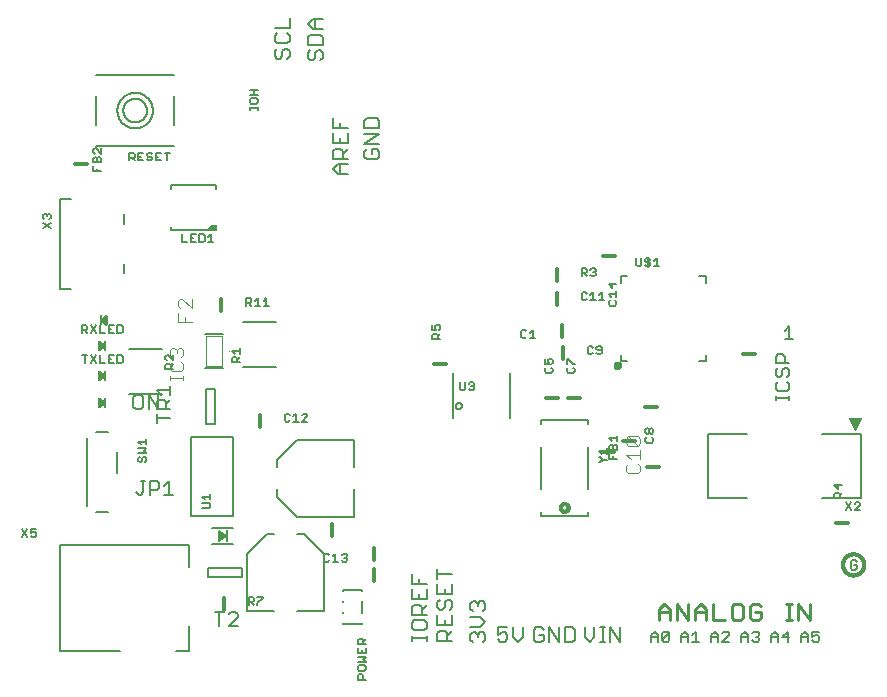
<source format=gbr>
G04 EAGLE Gerber RS-274X export*
G75*
%MOMM*%
%FSLAX34Y34*%
%LPD*%
%INSilkscreen Top*%
%IPPOS*%
%AMOC8*
5,1,8,0,0,1.08239X$1,22.5*%
G01*
%ADD10C,0.177800*%
%ADD11C,0.127000*%
%ADD12C,0.254000*%
%ADD13C,0.152400*%
%ADD14C,0.203200*%
%ADD15C,0.304800*%
%ADD16R,0.190500X0.889000*%
%ADD17R,0.200000X1.000000*%
%ADD18C,0.101600*%
%ADD19C,0.406400*%
%ADD20C,0.010000*%
%ADD21C,0.075000*%

G36*
X673429Y222412D02*
X673429Y222412D01*
X673473Y222409D01*
X673539Y222428D01*
X673607Y222437D01*
X673646Y222458D01*
X673689Y222470D01*
X673744Y222511D01*
X673804Y222543D01*
X673834Y222577D01*
X673870Y222603D01*
X673919Y222674D01*
X673953Y222712D01*
X673961Y222733D01*
X673977Y222756D01*
X678977Y232756D01*
X679005Y232852D01*
X679037Y232946D01*
X679037Y232959D01*
X679041Y232972D01*
X679034Y233071D01*
X679031Y233171D01*
X679026Y233182D01*
X679025Y233195D01*
X678984Y233286D01*
X678946Y233378D01*
X678938Y233388D01*
X678932Y233400D01*
X678862Y233471D01*
X678795Y233544D01*
X678784Y233550D01*
X678774Y233559D01*
X678684Y233601D01*
X678595Y233647D01*
X678581Y233649D01*
X678571Y233654D01*
X678524Y233657D01*
X678410Y233674D01*
X668410Y233674D01*
X668312Y233657D01*
X668213Y233643D01*
X668202Y233637D01*
X668189Y233635D01*
X668103Y233584D01*
X668016Y233537D01*
X668007Y233527D01*
X667996Y233520D01*
X667933Y233443D01*
X667867Y233368D01*
X667863Y233356D01*
X667855Y233346D01*
X667823Y233252D01*
X667787Y233159D01*
X667787Y233146D01*
X667783Y233134D01*
X667786Y233034D01*
X667785Y232935D01*
X667789Y232921D01*
X667789Y232909D01*
X667807Y232866D01*
X667843Y232756D01*
X672843Y222756D01*
X672869Y222721D01*
X672888Y222680D01*
X672936Y222631D01*
X672977Y222577D01*
X673014Y222553D01*
X673046Y222521D01*
X673108Y222492D01*
X673165Y222455D01*
X673209Y222445D01*
X673249Y222426D01*
X673318Y222421D01*
X673384Y222406D01*
X673429Y222412D01*
G37*
G36*
X33077Y290074D02*
X33077Y290074D01*
X33095Y290072D01*
X33197Y290100D01*
X33300Y290122D01*
X33315Y290131D01*
X33332Y290136D01*
X33477Y290221D01*
X38557Y294031D01*
X38560Y294034D01*
X38564Y294036D01*
X38645Y294123D01*
X38727Y294208D01*
X38729Y294212D01*
X38732Y294215D01*
X38782Y294324D01*
X38832Y294431D01*
X38832Y294435D01*
X38834Y294439D01*
X38847Y294557D01*
X38860Y294675D01*
X38860Y294679D01*
X38860Y294684D01*
X38834Y294800D01*
X38810Y294916D01*
X38807Y294920D01*
X38806Y294924D01*
X38745Y295026D01*
X38685Y295128D01*
X38681Y295131D01*
X38679Y295134D01*
X38557Y295249D01*
X33477Y299059D01*
X33461Y299067D01*
X33448Y299080D01*
X33433Y299087D01*
X33425Y299093D01*
X33375Y299113D01*
X33352Y299124D01*
X33259Y299173D01*
X33241Y299176D01*
X33225Y299183D01*
X33120Y299195D01*
X33016Y299211D01*
X32998Y299208D01*
X32981Y299210D01*
X32878Y299188D01*
X32773Y299170D01*
X32758Y299162D01*
X32740Y299158D01*
X32650Y299104D01*
X32557Y299054D01*
X32544Y299041D01*
X32529Y299032D01*
X32460Y298952D01*
X32388Y298875D01*
X32381Y298858D01*
X32369Y298845D01*
X32330Y298747D01*
X32286Y298651D01*
X32284Y298633D01*
X32277Y298617D01*
X32259Y298450D01*
X32259Y290830D01*
X32262Y290812D01*
X32260Y290795D01*
X32281Y290691D01*
X32299Y290587D01*
X32307Y290572D01*
X32311Y290554D01*
X32364Y290463D01*
X32414Y290370D01*
X32426Y290358D01*
X32436Y290342D01*
X32515Y290273D01*
X32592Y290201D01*
X32608Y290193D01*
X32622Y290181D01*
X32719Y290141D01*
X32815Y290097D01*
X32833Y290095D01*
X32849Y290088D01*
X32955Y290081D01*
X33059Y290070D01*
X33077Y290074D01*
G37*
G36*
X33077Y264674D02*
X33077Y264674D01*
X33095Y264672D01*
X33197Y264700D01*
X33300Y264722D01*
X33315Y264731D01*
X33332Y264736D01*
X33477Y264821D01*
X38557Y268631D01*
X38560Y268634D01*
X38564Y268636D01*
X38645Y268723D01*
X38727Y268808D01*
X38729Y268812D01*
X38732Y268815D01*
X38782Y268924D01*
X38832Y269031D01*
X38832Y269035D01*
X38834Y269039D01*
X38847Y269157D01*
X38860Y269275D01*
X38860Y269279D01*
X38860Y269284D01*
X38834Y269400D01*
X38810Y269516D01*
X38807Y269520D01*
X38806Y269524D01*
X38745Y269626D01*
X38685Y269728D01*
X38681Y269731D01*
X38679Y269734D01*
X38557Y269849D01*
X33477Y273659D01*
X33461Y273667D01*
X33448Y273680D01*
X33433Y273687D01*
X33425Y273693D01*
X33375Y273713D01*
X33352Y273724D01*
X33259Y273773D01*
X33241Y273776D01*
X33225Y273783D01*
X33120Y273795D01*
X33016Y273811D01*
X32998Y273808D01*
X32981Y273810D01*
X32878Y273788D01*
X32773Y273770D01*
X32758Y273762D01*
X32740Y273758D01*
X32650Y273704D01*
X32557Y273654D01*
X32544Y273641D01*
X32529Y273632D01*
X32460Y273552D01*
X32388Y273475D01*
X32381Y273458D01*
X32369Y273445D01*
X32330Y273347D01*
X32286Y273251D01*
X32284Y273233D01*
X32277Y273217D01*
X32259Y273050D01*
X32259Y265430D01*
X32262Y265412D01*
X32260Y265395D01*
X32281Y265291D01*
X32299Y265187D01*
X32307Y265172D01*
X32311Y265154D01*
X32364Y265063D01*
X32414Y264970D01*
X32426Y264958D01*
X32436Y264942D01*
X32515Y264873D01*
X32592Y264801D01*
X32608Y264793D01*
X32622Y264781D01*
X32719Y264741D01*
X32815Y264697D01*
X32833Y264695D01*
X32849Y264688D01*
X32955Y264681D01*
X33059Y264670D01*
X33077Y264674D01*
G37*
G36*
X33077Y241814D02*
X33077Y241814D01*
X33095Y241812D01*
X33197Y241840D01*
X33300Y241862D01*
X33315Y241871D01*
X33332Y241876D01*
X33477Y241961D01*
X38557Y245771D01*
X38560Y245774D01*
X38564Y245776D01*
X38645Y245863D01*
X38727Y245948D01*
X38729Y245952D01*
X38732Y245955D01*
X38782Y246064D01*
X38832Y246171D01*
X38832Y246175D01*
X38834Y246179D01*
X38847Y246297D01*
X38860Y246415D01*
X38860Y246419D01*
X38860Y246424D01*
X38834Y246540D01*
X38810Y246656D01*
X38807Y246660D01*
X38806Y246664D01*
X38745Y246766D01*
X38685Y246868D01*
X38681Y246871D01*
X38679Y246874D01*
X38557Y246989D01*
X33477Y250799D01*
X33461Y250807D01*
X33448Y250820D01*
X33433Y250827D01*
X33425Y250833D01*
X33375Y250853D01*
X33352Y250864D01*
X33259Y250913D01*
X33241Y250916D01*
X33225Y250923D01*
X33120Y250935D01*
X33016Y250951D01*
X32998Y250948D01*
X32981Y250950D01*
X32878Y250928D01*
X32773Y250910D01*
X32758Y250902D01*
X32740Y250898D01*
X32650Y250844D01*
X32557Y250794D01*
X32544Y250781D01*
X32529Y250772D01*
X32460Y250692D01*
X32388Y250615D01*
X32381Y250598D01*
X32369Y250585D01*
X32330Y250487D01*
X32286Y250391D01*
X32284Y250373D01*
X32277Y250357D01*
X32259Y250190D01*
X32259Y242570D01*
X32262Y242552D01*
X32260Y242535D01*
X32281Y242431D01*
X32299Y242327D01*
X32307Y242312D01*
X32311Y242294D01*
X32364Y242203D01*
X32414Y242110D01*
X32426Y242098D01*
X32436Y242082D01*
X32515Y242013D01*
X32592Y241941D01*
X32608Y241933D01*
X32622Y241921D01*
X32719Y241881D01*
X32815Y241837D01*
X32833Y241835D01*
X32849Y241828D01*
X32955Y241821D01*
X33059Y241810D01*
X33077Y241814D01*
G37*
G36*
X39392Y311662D02*
X39392Y311662D01*
X39409Y311660D01*
X39512Y311682D01*
X39617Y311700D01*
X39632Y311708D01*
X39650Y311712D01*
X39740Y311766D01*
X39834Y311816D01*
X39846Y311829D01*
X39861Y311838D01*
X39930Y311918D01*
X40002Y311995D01*
X40009Y312012D01*
X40021Y312025D01*
X40060Y312123D01*
X40104Y312219D01*
X40106Y312237D01*
X40113Y312253D01*
X40131Y312420D01*
X40131Y320040D01*
X40129Y320057D01*
X40130Y320072D01*
X40130Y320075D01*
X40109Y320179D01*
X40092Y320283D01*
X40083Y320298D01*
X40080Y320316D01*
X40026Y320407D01*
X39976Y320500D01*
X39964Y320512D01*
X39955Y320528D01*
X39875Y320597D01*
X39798Y320670D01*
X39782Y320677D01*
X39768Y320689D01*
X39671Y320729D01*
X39575Y320773D01*
X39557Y320775D01*
X39541Y320782D01*
X39435Y320789D01*
X39331Y320800D01*
X39313Y320796D01*
X39295Y320798D01*
X39193Y320770D01*
X39120Y320754D01*
X39117Y320754D01*
X39090Y320748D01*
X39075Y320739D01*
X39058Y320734D01*
X38913Y320649D01*
X33833Y316839D01*
X33830Y316836D01*
X33827Y316834D01*
X33745Y316747D01*
X33663Y316662D01*
X33661Y316658D01*
X33658Y316655D01*
X33608Y316546D01*
X33558Y316439D01*
X33558Y316435D01*
X33556Y316431D01*
X33543Y316313D01*
X33530Y316195D01*
X33530Y316191D01*
X33530Y316186D01*
X33556Y316070D01*
X33581Y315954D01*
X33583Y315950D01*
X33584Y315946D01*
X33645Y315844D01*
X33706Y315742D01*
X33709Y315739D01*
X33711Y315736D01*
X33833Y315621D01*
X38913Y311811D01*
X38929Y311803D01*
X38942Y311791D01*
X39038Y311746D01*
X39131Y311697D01*
X39149Y311694D01*
X39165Y311687D01*
X39270Y311675D01*
X39374Y311659D01*
X39392Y311662D01*
G37*
G36*
X132145Y391807D02*
X132145Y391807D01*
X132211Y391809D01*
X132254Y391827D01*
X132301Y391835D01*
X132358Y391869D01*
X132418Y391894D01*
X132453Y391925D01*
X132494Y391950D01*
X132536Y392001D01*
X132584Y392045D01*
X132606Y392087D01*
X132635Y392124D01*
X132656Y392186D01*
X132687Y392245D01*
X132695Y392299D01*
X132707Y392336D01*
X132706Y392376D01*
X132714Y392430D01*
X132714Y396240D01*
X132703Y396305D01*
X132701Y396371D01*
X132683Y396414D01*
X132675Y396461D01*
X132641Y396518D01*
X132616Y396578D01*
X132585Y396613D01*
X132560Y396654D01*
X132509Y396696D01*
X132465Y396744D01*
X132423Y396766D01*
X132386Y396795D01*
X132324Y396816D01*
X132265Y396847D01*
X132211Y396855D01*
X132174Y396867D01*
X132134Y396866D01*
X132080Y396874D01*
X128270Y396874D01*
X128228Y396867D01*
X128186Y396869D01*
X128119Y396847D01*
X128049Y396835D01*
X128013Y396813D01*
X127972Y396800D01*
X127899Y396746D01*
X127856Y396720D01*
X127853Y396717D01*
X127851Y396716D01*
X127841Y396703D01*
X127822Y396688D01*
X124012Y392878D01*
X123961Y392805D01*
X123905Y392736D01*
X123897Y392714D01*
X123883Y392694D01*
X123861Y392608D01*
X123833Y392524D01*
X123833Y392500D01*
X123828Y392477D01*
X123837Y392388D01*
X123839Y392299D01*
X123848Y392277D01*
X123851Y392254D01*
X123890Y392174D01*
X123924Y392092D01*
X123940Y392074D01*
X123950Y392053D01*
X124015Y391992D01*
X124075Y391926D01*
X124096Y391915D01*
X124113Y391899D01*
X124195Y391864D01*
X124275Y391823D01*
X124301Y391820D01*
X124320Y391811D01*
X124370Y391809D01*
X124460Y391796D01*
X132080Y391796D01*
X132145Y391807D01*
G37*
G36*
X135459Y130851D02*
X135459Y130851D01*
X135530Y130849D01*
X135600Y130868D01*
X135671Y130876D01*
X135726Y130901D01*
X135805Y130921D01*
X135908Y130982D01*
X135977Y131013D01*
X138977Y133013D01*
X139064Y133090D01*
X139154Y133163D01*
X139169Y133185D01*
X139189Y133203D01*
X139251Y133300D01*
X139318Y133395D01*
X139326Y133421D01*
X139341Y133443D01*
X139373Y133554D01*
X139411Y133664D01*
X139412Y133691D01*
X139419Y133716D01*
X139419Y133832D01*
X139425Y133948D01*
X139419Y133974D01*
X139419Y134001D01*
X139387Y134112D01*
X139361Y134225D01*
X139348Y134248D01*
X139340Y134274D01*
X139278Y134372D01*
X139222Y134473D01*
X139204Y134489D01*
X139189Y134514D01*
X138981Y134699D01*
X138977Y134703D01*
X135977Y136703D01*
X135913Y136734D01*
X135853Y136774D01*
X135785Y136795D01*
X135721Y136826D01*
X135650Y136838D01*
X135582Y136859D01*
X135511Y136861D01*
X135441Y136873D01*
X135369Y136865D01*
X135298Y136867D01*
X135229Y136849D01*
X135158Y136840D01*
X135092Y136813D01*
X135023Y136795D01*
X134962Y136758D01*
X134896Y136731D01*
X134840Y136686D01*
X134778Y136650D01*
X134729Y136598D01*
X134674Y136553D01*
X134633Y136495D01*
X134584Y136442D01*
X134551Y136379D01*
X134510Y136321D01*
X134487Y136253D01*
X134454Y136189D01*
X134444Y136130D01*
X134417Y136052D01*
X134411Y135933D01*
X134399Y135858D01*
X134399Y131858D01*
X134409Y131787D01*
X134409Y131715D01*
X134429Y131647D01*
X134439Y131577D01*
X134468Y131511D01*
X134488Y131442D01*
X134526Y131382D01*
X134555Y131317D01*
X134601Y131262D01*
X134639Y131202D01*
X134693Y131154D01*
X134739Y131100D01*
X134798Y131060D01*
X134852Y131013D01*
X134916Y130982D01*
X134975Y130943D01*
X135044Y130921D01*
X135108Y130890D01*
X135178Y130878D01*
X135246Y130857D01*
X135318Y130855D01*
X135389Y130843D01*
X135459Y130851D01*
G37*
D10*
X378763Y56526D02*
X370459Y56526D01*
X370459Y50297D01*
X374611Y52373D01*
X376687Y52373D01*
X378763Y50297D01*
X378763Y46145D01*
X376687Y44069D01*
X372535Y44069D01*
X370459Y46145D01*
X383556Y48221D02*
X383556Y56526D01*
X383556Y48221D02*
X387708Y44069D01*
X391861Y48221D01*
X391861Y56526D01*
D11*
X500521Y49869D02*
X500521Y43937D01*
X500521Y49869D02*
X503487Y52835D01*
X506453Y49869D01*
X506453Y43937D01*
X506453Y48386D02*
X500521Y48386D01*
X509876Y45420D02*
X509876Y51352D01*
X511359Y52835D01*
X514325Y52835D01*
X515808Y51352D01*
X515808Y45420D01*
X514325Y43937D01*
X511359Y43937D01*
X509876Y45420D01*
X515808Y51352D01*
D12*
X506730Y62230D02*
X506730Y71721D01*
X511475Y76466D01*
X516221Y71721D01*
X516221Y62230D01*
X516221Y69348D02*
X506730Y69348D01*
X522166Y62230D02*
X522166Y76466D01*
X531657Y62230D01*
X531657Y76466D01*
X537602Y71721D02*
X537602Y62230D01*
X537602Y71721D02*
X542348Y76466D01*
X547093Y71721D01*
X547093Y62230D01*
X547093Y69348D02*
X537602Y69348D01*
X553038Y76466D02*
X553038Y62230D01*
X562529Y62230D01*
X570847Y76466D02*
X575592Y76466D01*
X570847Y76466D02*
X568474Y74093D01*
X568474Y64603D01*
X570847Y62230D01*
X575592Y62230D01*
X577965Y64603D01*
X577965Y74093D01*
X575592Y76466D01*
X591028Y76466D02*
X593401Y74093D01*
X591028Y76466D02*
X586283Y76466D01*
X583910Y74093D01*
X583910Y64603D01*
X586283Y62230D01*
X591028Y62230D01*
X593401Y64603D01*
X593401Y69348D01*
X588656Y69348D01*
X614782Y62230D02*
X619528Y62230D01*
X617155Y62230D02*
X617155Y76466D01*
X614782Y76466D02*
X619528Y76466D01*
X625073Y76466D02*
X625073Y62230D01*
X634564Y62230D02*
X625073Y76466D01*
X634564Y76466D02*
X634564Y62230D01*
D13*
X243630Y439995D02*
X235156Y439995D01*
X230919Y444232D01*
X235156Y448469D01*
X243630Y448469D01*
X237275Y448469D02*
X237275Y439995D01*
X243630Y453092D02*
X230919Y453092D01*
X230919Y459448D01*
X233038Y461566D01*
X237275Y461566D01*
X239393Y459448D01*
X239393Y453092D01*
X239393Y457329D02*
X243630Y461566D01*
X230919Y466189D02*
X230919Y474663D01*
X230919Y466189D02*
X243630Y466189D01*
X243630Y474663D01*
X237275Y470426D02*
X237275Y466189D01*
X243630Y479287D02*
X230919Y479287D01*
X230919Y487761D01*
X237275Y483524D02*
X237275Y479287D01*
D14*
X613480Y307578D02*
X617039Y311137D01*
X617039Y300460D01*
X613480Y300460D02*
X620598Y300460D01*
D13*
X259600Y461312D02*
X257481Y459194D01*
X257481Y454957D01*
X259600Y452838D01*
X268074Y452838D01*
X270192Y454957D01*
X270192Y459194D01*
X268074Y461312D01*
X263837Y461312D01*
X263837Y457075D01*
X270192Y465935D02*
X257481Y465935D01*
X270192Y474409D01*
X257481Y474409D01*
X257481Y479033D02*
X270192Y479033D01*
X270192Y485388D01*
X268074Y487507D01*
X259600Y487507D01*
X257481Y485388D01*
X257481Y479033D01*
X319267Y45212D02*
X331978Y45212D01*
X319267Y45212D02*
X319267Y51567D01*
X321386Y53686D01*
X325623Y53686D01*
X327741Y51567D01*
X327741Y45212D01*
X327741Y49449D02*
X331978Y53686D01*
X319267Y58309D02*
X319267Y66783D01*
X319267Y58309D02*
X331978Y58309D01*
X331978Y66783D01*
X325623Y62546D02*
X325623Y58309D01*
X319267Y77762D02*
X321386Y79880D01*
X319267Y77762D02*
X319267Y73525D01*
X321386Y71407D01*
X323504Y71407D01*
X325623Y73525D01*
X325623Y77762D01*
X327741Y79880D01*
X329860Y79880D01*
X331978Y77762D01*
X331978Y73525D01*
X329860Y71407D01*
X319267Y84504D02*
X319267Y92978D01*
X319267Y84504D02*
X331978Y84504D01*
X331978Y92978D01*
X325623Y88741D02*
X325623Y84504D01*
X331978Y101838D02*
X319267Y101838D01*
X319267Y97601D02*
X319267Y106075D01*
X347207Y46060D02*
X349326Y43942D01*
X347207Y46060D02*
X347207Y50297D01*
X349326Y52416D01*
X351444Y52416D01*
X353563Y50297D01*
X353563Y48179D01*
X353563Y50297D02*
X355681Y52416D01*
X357800Y52416D01*
X359918Y50297D01*
X359918Y46060D01*
X357800Y43942D01*
X355681Y57039D02*
X347207Y57039D01*
X355681Y57039D02*
X359918Y61276D01*
X355681Y65513D01*
X347207Y65513D01*
X349326Y70137D02*
X347207Y72255D01*
X347207Y76492D01*
X349326Y78610D01*
X351444Y78610D01*
X353563Y76492D01*
X353563Y74373D01*
X353563Y76492D02*
X355681Y78610D01*
X357800Y78610D01*
X359918Y76492D01*
X359918Y72255D01*
X357800Y70137D01*
D11*
X525921Y49869D02*
X525921Y43937D01*
X525921Y49869D02*
X528887Y52835D01*
X531853Y49869D01*
X531853Y43937D01*
X531853Y48386D02*
X525921Y48386D01*
X535276Y49869D02*
X538242Y52835D01*
X538242Y43937D01*
X535276Y43937D02*
X541208Y43937D01*
X551321Y43937D02*
X551321Y49869D01*
X554287Y52835D01*
X557253Y49869D01*
X557253Y43937D01*
X557253Y48386D02*
X551321Y48386D01*
X560676Y43937D02*
X566608Y43937D01*
X560676Y43937D02*
X566608Y49869D01*
X566608Y51352D01*
X565125Y52835D01*
X562159Y52835D01*
X560676Y51352D01*
X576721Y49869D02*
X576721Y43937D01*
X576721Y49869D02*
X579687Y52835D01*
X582653Y49869D01*
X582653Y43937D01*
X582653Y48386D02*
X576721Y48386D01*
X586076Y51352D02*
X587559Y52835D01*
X590525Y52835D01*
X592008Y51352D01*
X592008Y49869D01*
X590525Y48386D01*
X589042Y48386D01*
X590525Y48386D02*
X592008Y46903D01*
X592008Y45420D01*
X590525Y43937D01*
X587559Y43937D01*
X586076Y45420D01*
X602121Y43937D02*
X602121Y49869D01*
X605087Y52835D01*
X608053Y49869D01*
X608053Y43937D01*
X608053Y48386D02*
X602121Y48386D01*
X615925Y43937D02*
X615925Y52835D01*
X611476Y48386D01*
X617408Y48386D01*
X627521Y49869D02*
X627521Y43937D01*
X627521Y49869D02*
X630487Y52835D01*
X633453Y49869D01*
X633453Y43937D01*
X633453Y48386D02*
X627521Y48386D01*
X636876Y52835D02*
X642808Y52835D01*
X636876Y52835D02*
X636876Y48386D01*
X639842Y49869D01*
X641325Y49869D01*
X642808Y48386D01*
X642808Y45420D01*
X641325Y43937D01*
X638359Y43937D01*
X636876Y45420D01*
D10*
X444119Y48221D02*
X444119Y56526D01*
X444119Y48221D02*
X448271Y44069D01*
X452423Y48221D01*
X452423Y56526D01*
X457216Y44069D02*
X461368Y44069D01*
X459292Y44069D02*
X459292Y56526D01*
X457216Y56526D02*
X461368Y56526D01*
X465948Y56526D02*
X465948Y44069D01*
X474252Y44069D02*
X465948Y56526D01*
X474252Y56526D02*
X474252Y44069D01*
X409327Y54318D02*
X407251Y56394D01*
X403099Y56394D01*
X401023Y54318D01*
X401023Y46013D01*
X403099Y43937D01*
X407251Y43937D01*
X409327Y46013D01*
X409327Y50165D01*
X405175Y50165D01*
X414120Y43937D02*
X414120Y56394D01*
X422425Y43937D01*
X422425Y56394D01*
X427218Y56394D02*
X427218Y43937D01*
X433446Y43937D01*
X435522Y46013D01*
X435522Y54318D01*
X433446Y56394D01*
X427218Y56394D01*
D13*
X310388Y49449D02*
X310388Y45212D01*
X310388Y47330D02*
X297677Y47330D01*
X297677Y45212D02*
X297677Y49449D01*
X297677Y56062D02*
X297677Y60299D01*
X297677Y56062D02*
X299796Y53944D01*
X308270Y53944D01*
X310388Y56062D01*
X310388Y60299D01*
X308270Y62417D01*
X299796Y62417D01*
X297677Y60299D01*
X297677Y67041D02*
X310388Y67041D01*
X297677Y67041D02*
X297677Y73396D01*
X299796Y75515D01*
X304033Y75515D01*
X306151Y73396D01*
X306151Y67041D01*
X306151Y71278D02*
X310388Y75515D01*
X297677Y80138D02*
X297677Y88612D01*
X297677Y80138D02*
X310388Y80138D01*
X310388Y88612D01*
X304033Y84375D02*
X304033Y80138D01*
X310388Y93235D02*
X297677Y93235D01*
X297677Y101709D01*
X304033Y97472D02*
X304033Y93235D01*
X209749Y542925D02*
X211868Y545044D01*
X209749Y542925D02*
X209749Y538688D01*
X211868Y536570D01*
X213986Y536570D01*
X216105Y538688D01*
X216105Y542925D01*
X218223Y545044D01*
X220342Y545044D01*
X222460Y542925D01*
X222460Y538688D01*
X220342Y536570D01*
X222460Y549667D02*
X209749Y549667D01*
X222460Y549667D02*
X222460Y556023D01*
X220342Y558141D01*
X211868Y558141D01*
X209749Y556023D01*
X209749Y549667D01*
X213986Y562765D02*
X222460Y562765D01*
X213986Y562765D02*
X209749Y567001D01*
X213986Y571238D01*
X222460Y571238D01*
X216105Y571238D02*
X216105Y562765D01*
X183928Y546314D02*
X181809Y544195D01*
X181809Y539958D01*
X183928Y537840D01*
X186046Y537840D01*
X188165Y539958D01*
X188165Y544195D01*
X190283Y546314D01*
X192402Y546314D01*
X194520Y544195D01*
X194520Y539958D01*
X192402Y537840D01*
X181809Y557293D02*
X183928Y559411D01*
X181809Y557293D02*
X181809Y553056D01*
X183928Y550937D01*
X192402Y550937D01*
X194520Y553056D01*
X194520Y557293D01*
X192402Y559411D01*
X194520Y564035D02*
X181809Y564035D01*
X194520Y564035D02*
X194520Y572508D01*
D11*
X617225Y252468D02*
X617225Y248655D01*
X617225Y250562D02*
X605785Y250562D01*
X605785Y252468D02*
X605785Y248655D01*
X605785Y262171D02*
X607692Y264077D01*
X605785Y262171D02*
X605785Y258358D01*
X607692Y256451D01*
X615318Y256451D01*
X617225Y258358D01*
X617225Y262171D01*
X615318Y264077D01*
X605785Y273865D02*
X607692Y275771D01*
X605785Y273865D02*
X605785Y270052D01*
X607692Y268145D01*
X609599Y268145D01*
X611505Y270052D01*
X611505Y273865D01*
X613412Y275771D01*
X615318Y275771D01*
X617225Y273865D01*
X617225Y270052D01*
X615318Y268145D01*
X617225Y279839D02*
X605785Y279839D01*
X605785Y285559D01*
X607692Y287465D01*
X611505Y287465D01*
X613412Y285559D01*
X613412Y279839D01*
D15*
X229870Y143510D02*
X229870Y133350D01*
D14*
X181254Y70370D02*
X158254Y70370D01*
X158254Y118370D01*
X175254Y135370D01*
X181254Y135370D01*
X200254Y135370D02*
X206254Y135370D01*
X223254Y118370D01*
X223254Y70370D01*
X200254Y70370D01*
X248400Y150126D02*
X248400Y173126D01*
X248400Y150126D02*
X200400Y150126D01*
X183400Y167126D01*
X183400Y173126D01*
X183400Y192126D02*
X183400Y198126D01*
X200400Y215126D01*
X248400Y215126D01*
X248400Y192126D01*
D16*
X37918Y246380D03*
D14*
X64010Y253248D02*
X68077Y253248D01*
X64010Y253248D02*
X61976Y251215D01*
X61976Y243080D01*
X64010Y241046D01*
X68077Y241046D01*
X70111Y243080D01*
X70111Y251215D01*
X68077Y253248D01*
X75073Y253248D02*
X75073Y241046D01*
X83208Y241046D02*
X75073Y253248D01*
X83208Y253248D02*
X83208Y241046D01*
X128684Y126858D02*
X146144Y126858D01*
X146144Y140858D02*
X128684Y140858D01*
X134414Y129858D02*
X140414Y133858D01*
X134414Y129858D02*
X134414Y137858D01*
X140414Y133858D01*
D17*
X141414Y133858D03*
D15*
X458470Y204470D02*
X468630Y204470D01*
D16*
X34473Y316230D03*
D15*
X577914Y287610D02*
X588074Y287610D01*
X265430Y105410D02*
X265430Y95250D01*
D13*
X255750Y59440D02*
X239550Y59440D01*
X239550Y87880D02*
X255750Y87880D01*
X255750Y78880D02*
X255750Y68440D01*
X239550Y77940D02*
X239550Y78880D01*
X239550Y69380D02*
X239550Y68440D01*
X239550Y86940D02*
X239550Y87880D01*
X239550Y60380D02*
X239550Y59440D01*
X255750Y59440D02*
X255750Y60380D01*
X255750Y86940D02*
X255750Y87880D01*
D15*
X495146Y243070D02*
X505306Y243070D01*
D18*
X481083Y194702D02*
X479134Y192753D01*
X479134Y188855D01*
X481083Y186906D01*
X488879Y186906D01*
X490828Y188855D01*
X490828Y192753D01*
X488879Y194702D01*
X483032Y198600D02*
X479134Y202498D01*
X490828Y202498D01*
X490828Y198600D02*
X490828Y206396D01*
X488879Y210294D02*
X481083Y210294D01*
X479134Y212243D01*
X479134Y216141D01*
X481083Y218090D01*
X488879Y218090D01*
X490828Y216141D01*
X490828Y212243D01*
X488879Y210294D01*
X481083Y218090D01*
D14*
X146778Y150904D02*
X110778Y150904D01*
X110778Y217904D02*
X146778Y217904D01*
X110778Y217904D02*
X110778Y150904D01*
X146778Y151624D02*
X146778Y191644D01*
X146778Y192404D02*
X146778Y217184D01*
D13*
X125644Y157226D02*
X120136Y157226D01*
X125644Y157226D02*
X126746Y158328D01*
X126746Y160531D01*
X125644Y161632D01*
X120136Y161632D01*
X122340Y164710D02*
X120136Y166913D01*
X126746Y166913D01*
X126746Y164710D02*
X126746Y169117D01*
D15*
X168910Y226060D02*
X168910Y236220D01*
D13*
X193297Y237242D02*
X194398Y236140D01*
X193297Y237242D02*
X191094Y237242D01*
X189992Y236140D01*
X189992Y231734D01*
X191094Y230632D01*
X193297Y230632D01*
X194398Y231734D01*
X197476Y235038D02*
X199679Y237242D01*
X199679Y230632D01*
X197476Y230632D02*
X201883Y230632D01*
X204960Y230632D02*
X209367Y230632D01*
X209367Y235038D02*
X204960Y230632D01*
X209367Y235038D02*
X209367Y236140D01*
X208265Y237242D01*
X206062Y237242D01*
X204960Y236140D01*
D15*
X265430Y123190D02*
X265430Y113030D01*
D13*
X227826Y117522D02*
X226724Y118624D01*
X224521Y118624D01*
X223420Y117522D01*
X223420Y113116D01*
X224521Y112014D01*
X226724Y112014D01*
X227826Y113116D01*
X230904Y116420D02*
X233107Y118624D01*
X233107Y112014D01*
X230904Y112014D02*
X235310Y112014D01*
X238388Y117522D02*
X239489Y118624D01*
X241693Y118624D01*
X242794Y117522D01*
X242794Y116420D01*
X241693Y115319D01*
X240591Y115319D01*
X241693Y115319D02*
X242794Y114217D01*
X242794Y113116D01*
X241693Y112014D01*
X239489Y112014D01*
X238388Y113116D01*
X153924Y99060D02*
X124968Y99060D01*
X124968Y106680D01*
X153924Y106680D01*
X153924Y99060D01*
D11*
X134730Y69225D02*
X134730Y57785D01*
X130917Y69225D02*
X138544Y69225D01*
X142611Y57785D02*
X150238Y57785D01*
X142611Y57785D02*
X150238Y65412D01*
X150238Y67318D01*
X148331Y69225D01*
X144518Y69225D01*
X142611Y67318D01*
D15*
X138430Y71120D02*
X138430Y81280D01*
D13*
X159512Y82302D02*
X159512Y75692D01*
X159512Y82302D02*
X162817Y82302D01*
X163918Y81200D01*
X163918Y78997D01*
X162817Y77895D01*
X159512Y77895D01*
X161715Y77895D02*
X163918Y75692D01*
X166996Y82302D02*
X171403Y82302D01*
X171403Y81200D01*
X166996Y76794D01*
X166996Y75692D01*
D11*
X54180Y398000D02*
X54180Y406000D01*
X54180Y364000D02*
X54180Y356000D01*
X9180Y419000D02*
X180Y419000D01*
X180Y343000D01*
X9180Y343000D01*
D13*
X-14584Y394574D02*
X-7974Y398980D01*
X-7974Y394574D02*
X-14584Y398980D01*
X-13482Y402058D02*
X-14584Y403159D01*
X-14584Y405363D01*
X-13482Y406464D01*
X-12380Y406464D01*
X-11279Y405363D01*
X-11279Y404261D01*
X-11279Y405363D02*
X-10177Y406464D01*
X-9076Y406464D01*
X-7974Y405363D01*
X-7974Y403159D01*
X-9076Y402058D01*
D16*
X37918Y269240D03*
D13*
X20745Y280162D02*
X20745Y286772D01*
X18542Y286772D02*
X22948Y286772D01*
X26026Y286772D02*
X30433Y280162D01*
X26026Y280162D02*
X30433Y286772D01*
X33510Y286772D02*
X33510Y280162D01*
X37917Y280162D01*
X40994Y286772D02*
X45401Y286772D01*
X40994Y286772D02*
X40994Y280162D01*
X45401Y280162D01*
X43198Y283467D02*
X40994Y283467D01*
X48479Y286772D02*
X48479Y280162D01*
X51783Y280162D01*
X52885Y281264D01*
X52885Y285670D01*
X51783Y286772D01*
X48479Y286772D01*
D16*
X37918Y294640D03*
D13*
X18542Y305562D02*
X18542Y312172D01*
X21847Y312172D01*
X22948Y311070D01*
X22948Y308867D01*
X21847Y307765D01*
X18542Y307765D01*
X20745Y307765D02*
X22948Y305562D01*
X26026Y312172D02*
X30433Y305562D01*
X26026Y305562D02*
X30433Y312172D01*
X33510Y312172D02*
X33510Y305562D01*
X37917Y305562D01*
X40994Y312172D02*
X45401Y312172D01*
X40994Y312172D02*
X40994Y305562D01*
X45401Y305562D01*
X43198Y308867D02*
X40994Y308867D01*
X48479Y312172D02*
X48479Y305562D01*
X51783Y305562D01*
X52885Y306664D01*
X52885Y311070D01*
X51783Y312172D01*
X48479Y312172D01*
D18*
X99558Y314940D02*
X111252Y314940D01*
X99558Y314940D02*
X99558Y322736D01*
X105405Y318838D02*
X105405Y314940D01*
X111252Y326634D02*
X111252Y334430D01*
X111252Y326634D02*
X103456Y334430D01*
X101507Y334430D01*
X99558Y332481D01*
X99558Y328583D01*
X101507Y326634D01*
D14*
X96500Y464030D02*
X30500Y464030D01*
X30500Y524030D02*
X96500Y524030D01*
X96500Y506030D02*
X96500Y482030D01*
X30500Y482030D02*
X30500Y506030D01*
X48467Y494030D02*
X48472Y494399D01*
X48485Y494768D01*
X48508Y495136D01*
X48539Y495503D01*
X48580Y495870D01*
X48630Y496236D01*
X48688Y496600D01*
X48756Y496963D01*
X48832Y497324D01*
X48918Y497683D01*
X49012Y498039D01*
X49114Y498394D01*
X49226Y498746D01*
X49346Y499094D01*
X49474Y499440D01*
X49611Y499783D01*
X49757Y500122D01*
X49910Y500457D01*
X50072Y500789D01*
X50242Y501117D01*
X50420Y501440D01*
X50606Y501759D01*
X50799Y502073D01*
X51001Y502382D01*
X51209Y502686D01*
X51425Y502985D01*
X51649Y503279D01*
X51879Y503567D01*
X52117Y503849D01*
X52361Y504126D01*
X52612Y504396D01*
X52870Y504660D01*
X53134Y504918D01*
X53404Y505169D01*
X53681Y505413D01*
X53963Y505651D01*
X54251Y505881D01*
X54545Y506105D01*
X54844Y506321D01*
X55148Y506529D01*
X55457Y506731D01*
X55771Y506924D01*
X56090Y507110D01*
X56413Y507288D01*
X56741Y507458D01*
X57073Y507620D01*
X57408Y507773D01*
X57747Y507919D01*
X58090Y508056D01*
X58436Y508184D01*
X58784Y508304D01*
X59136Y508416D01*
X59491Y508518D01*
X59847Y508612D01*
X60206Y508698D01*
X60567Y508774D01*
X60930Y508842D01*
X61294Y508900D01*
X61660Y508950D01*
X62027Y508991D01*
X62394Y509022D01*
X62762Y509045D01*
X63131Y509058D01*
X63500Y509063D01*
X63869Y509058D01*
X64238Y509045D01*
X64606Y509022D01*
X64973Y508991D01*
X65340Y508950D01*
X65706Y508900D01*
X66070Y508842D01*
X66433Y508774D01*
X66794Y508698D01*
X67153Y508612D01*
X67509Y508518D01*
X67864Y508416D01*
X68216Y508304D01*
X68564Y508184D01*
X68910Y508056D01*
X69253Y507919D01*
X69592Y507773D01*
X69927Y507620D01*
X70259Y507458D01*
X70587Y507288D01*
X70910Y507110D01*
X71229Y506924D01*
X71543Y506731D01*
X71852Y506529D01*
X72156Y506321D01*
X72455Y506105D01*
X72749Y505881D01*
X73037Y505651D01*
X73319Y505413D01*
X73596Y505169D01*
X73866Y504918D01*
X74130Y504660D01*
X74388Y504396D01*
X74639Y504126D01*
X74883Y503849D01*
X75121Y503567D01*
X75351Y503279D01*
X75575Y502985D01*
X75791Y502686D01*
X75999Y502382D01*
X76201Y502073D01*
X76394Y501759D01*
X76580Y501440D01*
X76758Y501117D01*
X76928Y500789D01*
X77090Y500457D01*
X77243Y500122D01*
X77389Y499783D01*
X77526Y499440D01*
X77654Y499094D01*
X77774Y498746D01*
X77886Y498394D01*
X77988Y498039D01*
X78082Y497683D01*
X78168Y497324D01*
X78244Y496963D01*
X78312Y496600D01*
X78370Y496236D01*
X78420Y495870D01*
X78461Y495503D01*
X78492Y495136D01*
X78515Y494768D01*
X78528Y494399D01*
X78533Y494030D01*
X78528Y493661D01*
X78515Y493292D01*
X78492Y492924D01*
X78461Y492557D01*
X78420Y492190D01*
X78370Y491824D01*
X78312Y491460D01*
X78244Y491097D01*
X78168Y490736D01*
X78082Y490377D01*
X77988Y490021D01*
X77886Y489666D01*
X77774Y489314D01*
X77654Y488966D01*
X77526Y488620D01*
X77389Y488277D01*
X77243Y487938D01*
X77090Y487603D01*
X76928Y487271D01*
X76758Y486943D01*
X76580Y486620D01*
X76394Y486301D01*
X76201Y485987D01*
X75999Y485678D01*
X75791Y485374D01*
X75575Y485075D01*
X75351Y484781D01*
X75121Y484493D01*
X74883Y484211D01*
X74639Y483934D01*
X74388Y483664D01*
X74130Y483400D01*
X73866Y483142D01*
X73596Y482891D01*
X73319Y482647D01*
X73037Y482409D01*
X72749Y482179D01*
X72455Y481955D01*
X72156Y481739D01*
X71852Y481531D01*
X71543Y481329D01*
X71229Y481136D01*
X70910Y480950D01*
X70587Y480772D01*
X70259Y480602D01*
X69927Y480440D01*
X69592Y480287D01*
X69253Y480141D01*
X68910Y480004D01*
X68564Y479876D01*
X68216Y479756D01*
X67864Y479644D01*
X67509Y479542D01*
X67153Y479448D01*
X66794Y479362D01*
X66433Y479286D01*
X66070Y479218D01*
X65706Y479160D01*
X65340Y479110D01*
X64973Y479069D01*
X64606Y479038D01*
X64238Y479015D01*
X63869Y479002D01*
X63500Y478997D01*
X63131Y479002D01*
X62762Y479015D01*
X62394Y479038D01*
X62027Y479069D01*
X61660Y479110D01*
X61294Y479160D01*
X60930Y479218D01*
X60567Y479286D01*
X60206Y479362D01*
X59847Y479448D01*
X59491Y479542D01*
X59136Y479644D01*
X58784Y479756D01*
X58436Y479876D01*
X58090Y480004D01*
X57747Y480141D01*
X57408Y480287D01*
X57073Y480440D01*
X56741Y480602D01*
X56413Y480772D01*
X56090Y480950D01*
X55771Y481136D01*
X55457Y481329D01*
X55148Y481531D01*
X54844Y481739D01*
X54545Y481955D01*
X54251Y482179D01*
X53963Y482409D01*
X53681Y482647D01*
X53404Y482891D01*
X53134Y483142D01*
X52870Y483400D01*
X52612Y483664D01*
X52361Y483934D01*
X52117Y484211D01*
X51879Y484493D01*
X51649Y484781D01*
X51425Y485075D01*
X51209Y485374D01*
X51001Y485678D01*
X50799Y485987D01*
X50606Y486301D01*
X50420Y486620D01*
X50242Y486943D01*
X50072Y487271D01*
X49910Y487603D01*
X49757Y487938D01*
X49611Y488277D01*
X49474Y488620D01*
X49346Y488966D01*
X49226Y489314D01*
X49114Y489666D01*
X49012Y490021D01*
X48918Y490377D01*
X48832Y490736D01*
X48756Y491097D01*
X48688Y491460D01*
X48630Y491824D01*
X48580Y492190D01*
X48539Y492557D01*
X48508Y492924D01*
X48485Y493292D01*
X48472Y493661D01*
X48467Y494030D01*
X53500Y494030D02*
X53503Y494275D01*
X53512Y494521D01*
X53527Y494766D01*
X53548Y495010D01*
X53575Y495254D01*
X53608Y495497D01*
X53647Y495740D01*
X53692Y495981D01*
X53743Y496221D01*
X53800Y496460D01*
X53862Y496697D01*
X53931Y496933D01*
X54005Y497167D01*
X54085Y497399D01*
X54170Y497629D01*
X54261Y497857D01*
X54358Y498082D01*
X54460Y498306D01*
X54568Y498526D01*
X54681Y498744D01*
X54799Y498959D01*
X54923Y499171D01*
X55051Y499380D01*
X55185Y499586D01*
X55324Y499788D01*
X55468Y499987D01*
X55617Y500182D01*
X55770Y500374D01*
X55928Y500562D01*
X56090Y500746D01*
X56258Y500925D01*
X56429Y501101D01*
X56605Y501272D01*
X56784Y501440D01*
X56968Y501602D01*
X57156Y501760D01*
X57348Y501913D01*
X57543Y502062D01*
X57742Y502206D01*
X57944Y502345D01*
X58150Y502479D01*
X58359Y502607D01*
X58571Y502731D01*
X58786Y502849D01*
X59004Y502962D01*
X59224Y503070D01*
X59448Y503172D01*
X59673Y503269D01*
X59901Y503360D01*
X60131Y503445D01*
X60363Y503525D01*
X60597Y503599D01*
X60833Y503668D01*
X61070Y503730D01*
X61309Y503787D01*
X61549Y503838D01*
X61790Y503883D01*
X62033Y503922D01*
X62276Y503955D01*
X62520Y503982D01*
X62764Y504003D01*
X63009Y504018D01*
X63255Y504027D01*
X63500Y504030D01*
X63745Y504027D01*
X63991Y504018D01*
X64236Y504003D01*
X64480Y503982D01*
X64724Y503955D01*
X64967Y503922D01*
X65210Y503883D01*
X65451Y503838D01*
X65691Y503787D01*
X65930Y503730D01*
X66167Y503668D01*
X66403Y503599D01*
X66637Y503525D01*
X66869Y503445D01*
X67099Y503360D01*
X67327Y503269D01*
X67552Y503172D01*
X67776Y503070D01*
X67996Y502962D01*
X68214Y502849D01*
X68429Y502731D01*
X68641Y502607D01*
X68850Y502479D01*
X69056Y502345D01*
X69258Y502206D01*
X69457Y502062D01*
X69652Y501913D01*
X69844Y501760D01*
X70032Y501602D01*
X70216Y501440D01*
X70395Y501272D01*
X70571Y501101D01*
X70742Y500925D01*
X70910Y500746D01*
X71072Y500562D01*
X71230Y500374D01*
X71383Y500182D01*
X71532Y499987D01*
X71676Y499788D01*
X71815Y499586D01*
X71949Y499380D01*
X72077Y499171D01*
X72201Y498959D01*
X72319Y498744D01*
X72432Y498526D01*
X72540Y498306D01*
X72642Y498082D01*
X72739Y497857D01*
X72830Y497629D01*
X72915Y497399D01*
X72995Y497167D01*
X73069Y496933D01*
X73138Y496697D01*
X73200Y496460D01*
X73257Y496221D01*
X73308Y495981D01*
X73353Y495740D01*
X73392Y495497D01*
X73425Y495254D01*
X73452Y495010D01*
X73473Y494766D01*
X73488Y494521D01*
X73497Y494275D01*
X73500Y494030D01*
X73497Y493785D01*
X73488Y493539D01*
X73473Y493294D01*
X73452Y493050D01*
X73425Y492806D01*
X73392Y492563D01*
X73353Y492320D01*
X73308Y492079D01*
X73257Y491839D01*
X73200Y491600D01*
X73138Y491363D01*
X73069Y491127D01*
X72995Y490893D01*
X72915Y490661D01*
X72830Y490431D01*
X72739Y490203D01*
X72642Y489978D01*
X72540Y489754D01*
X72432Y489534D01*
X72319Y489316D01*
X72201Y489101D01*
X72077Y488889D01*
X71949Y488680D01*
X71815Y488474D01*
X71676Y488272D01*
X71532Y488073D01*
X71383Y487878D01*
X71230Y487686D01*
X71072Y487498D01*
X70910Y487314D01*
X70742Y487135D01*
X70571Y486959D01*
X70395Y486788D01*
X70216Y486620D01*
X70032Y486458D01*
X69844Y486300D01*
X69652Y486147D01*
X69457Y485998D01*
X69258Y485854D01*
X69056Y485715D01*
X68850Y485581D01*
X68641Y485453D01*
X68429Y485329D01*
X68214Y485211D01*
X67996Y485098D01*
X67776Y484990D01*
X67552Y484888D01*
X67327Y484791D01*
X67099Y484700D01*
X66869Y484615D01*
X66637Y484535D01*
X66403Y484461D01*
X66167Y484392D01*
X65930Y484330D01*
X65691Y484273D01*
X65451Y484222D01*
X65210Y484177D01*
X64967Y484138D01*
X64724Y484105D01*
X64480Y484078D01*
X64236Y484057D01*
X63991Y484042D01*
X63745Y484033D01*
X63500Y484030D01*
X63255Y484033D01*
X63009Y484042D01*
X62764Y484057D01*
X62520Y484078D01*
X62276Y484105D01*
X62033Y484138D01*
X61790Y484177D01*
X61549Y484222D01*
X61309Y484273D01*
X61070Y484330D01*
X60833Y484392D01*
X60597Y484461D01*
X60363Y484535D01*
X60131Y484615D01*
X59901Y484700D01*
X59673Y484791D01*
X59448Y484888D01*
X59224Y484990D01*
X59004Y485098D01*
X58786Y485211D01*
X58571Y485329D01*
X58359Y485453D01*
X58150Y485581D01*
X57944Y485715D01*
X57742Y485854D01*
X57543Y485998D01*
X57348Y486147D01*
X57156Y486300D01*
X56968Y486458D01*
X56784Y486620D01*
X56605Y486788D01*
X56429Y486959D01*
X56258Y487135D01*
X56090Y487314D01*
X55928Y487498D01*
X55770Y487686D01*
X55617Y487878D01*
X55468Y488073D01*
X55324Y488272D01*
X55185Y488474D01*
X55051Y488680D01*
X54923Y488889D01*
X54799Y489101D01*
X54681Y489316D01*
X54568Y489534D01*
X54460Y489754D01*
X54358Y489978D01*
X54261Y490203D01*
X54170Y490431D01*
X54085Y490661D01*
X54005Y490893D01*
X53931Y491127D01*
X53862Y491363D01*
X53800Y491600D01*
X53743Y491839D01*
X53692Y492079D01*
X53647Y492320D01*
X53608Y492563D01*
X53575Y492806D01*
X53548Y493050D01*
X53527Y493294D01*
X53512Y493539D01*
X53503Y493785D01*
X53500Y494030D01*
D13*
X58591Y458274D02*
X58591Y451664D01*
X58591Y458274D02*
X61896Y458274D01*
X62998Y457172D01*
X62998Y454969D01*
X61896Y453867D01*
X58591Y453867D01*
X60794Y453867D02*
X62998Y451664D01*
X66075Y458274D02*
X70482Y458274D01*
X66075Y458274D02*
X66075Y451664D01*
X70482Y451664D01*
X68279Y454969D02*
X66075Y454969D01*
X76864Y458274D02*
X77966Y457172D01*
X76864Y458274D02*
X74661Y458274D01*
X73560Y457172D01*
X73560Y456070D01*
X74661Y454969D01*
X76864Y454969D01*
X77966Y453867D01*
X77966Y452766D01*
X76864Y451664D01*
X74661Y451664D01*
X73560Y452766D01*
X81044Y458274D02*
X85450Y458274D01*
X81044Y458274D02*
X81044Y451664D01*
X85450Y451664D01*
X83247Y454969D02*
X81044Y454969D01*
X90731Y451664D02*
X90731Y458274D01*
X88528Y458274D02*
X92934Y458274D01*
X167198Y494800D02*
X167198Y497003D01*
X167198Y495902D02*
X160588Y495902D01*
X160588Y497003D02*
X160588Y494800D01*
X160588Y500891D02*
X160588Y503094D01*
X160588Y500891D02*
X161690Y499789D01*
X166096Y499789D01*
X167198Y500891D01*
X167198Y503094D01*
X166096Y504196D01*
X161690Y504196D01*
X160588Y503094D01*
X160588Y507274D02*
X167198Y507274D01*
X163893Y507274D02*
X163893Y511680D01*
X160588Y511680D02*
X167198Y511680D01*
X252028Y12200D02*
X258638Y12200D01*
X252028Y12200D02*
X252028Y15505D01*
X253130Y16606D01*
X255333Y16606D01*
X256435Y15505D01*
X256435Y12200D01*
X252028Y20786D02*
X252028Y22989D01*
X252028Y20786D02*
X253130Y19684D01*
X257536Y19684D01*
X258638Y20786D01*
X258638Y22989D01*
X257536Y24091D01*
X253130Y24091D01*
X252028Y22989D01*
X252028Y27168D02*
X258638Y27168D01*
X256435Y29372D01*
X258638Y31575D01*
X252028Y31575D01*
X252028Y34652D02*
X252028Y39059D01*
X252028Y34652D02*
X258638Y34652D01*
X258638Y39059D01*
X255333Y36856D02*
X255333Y34652D01*
X258638Y42137D02*
X252028Y42137D01*
X252028Y45441D01*
X253130Y46543D01*
X255333Y46543D01*
X256435Y45441D01*
X256435Y42137D01*
X256435Y44340D02*
X258638Y46543D01*
D15*
X476712Y214348D02*
X486872Y214348D01*
D13*
X471505Y199235D02*
X464896Y199235D01*
X464896Y203642D01*
X468200Y201438D02*
X468200Y199235D01*
X464896Y206719D02*
X471505Y206719D01*
X464896Y206719D02*
X464896Y210024D01*
X465997Y211126D01*
X467099Y211126D01*
X468200Y210024D01*
X469302Y211126D01*
X470404Y211126D01*
X471505Y210024D01*
X471505Y206719D01*
X468200Y206719D02*
X468200Y210024D01*
X467099Y214204D02*
X464896Y216407D01*
X471505Y216407D01*
X471505Y214204D02*
X471505Y218610D01*
D15*
X22860Y448310D02*
X12700Y448310D01*
D13*
X28061Y442495D02*
X34671Y442495D01*
X28061Y442495D02*
X28061Y446901D01*
X31366Y444698D02*
X31366Y442495D01*
X34671Y449979D02*
X28061Y449979D01*
X28061Y453284D01*
X29163Y454385D01*
X30265Y454385D01*
X31366Y453284D01*
X32468Y454385D01*
X33569Y454385D01*
X34671Y453284D01*
X34671Y449979D01*
X31366Y449979D02*
X31366Y453284D01*
X34671Y457463D02*
X34671Y461869D01*
X34671Y457463D02*
X30265Y461869D01*
X29163Y461869D01*
X28061Y460768D01*
X28061Y458564D01*
X29163Y457463D01*
D11*
X64643Y170690D02*
X66550Y168783D01*
X68456Y168783D01*
X70363Y170690D01*
X70363Y180223D01*
X68456Y180223D02*
X72270Y180223D01*
X76337Y180223D02*
X76337Y168783D01*
X76337Y180223D02*
X82057Y180223D01*
X83963Y178316D01*
X83963Y174503D01*
X82057Y172596D01*
X76337Y172596D01*
X88031Y176410D02*
X91844Y180223D01*
X91844Y168783D01*
X88031Y168783D02*
X95657Y168783D01*
D19*
X470490Y278180D02*
X470492Y278251D01*
X470498Y278322D01*
X470508Y278393D01*
X470522Y278463D01*
X470540Y278532D01*
X470561Y278599D01*
X470587Y278666D01*
X470616Y278731D01*
X470648Y278794D01*
X470685Y278856D01*
X470724Y278915D01*
X470767Y278972D01*
X470813Y279026D01*
X470862Y279078D01*
X470914Y279127D01*
X470968Y279173D01*
X471025Y279216D01*
X471084Y279255D01*
X471146Y279292D01*
X471209Y279324D01*
X471274Y279353D01*
X471341Y279379D01*
X471408Y279400D01*
X471477Y279418D01*
X471547Y279432D01*
X471618Y279442D01*
X471689Y279448D01*
X471760Y279450D01*
X471831Y279448D01*
X471902Y279442D01*
X471973Y279432D01*
X472043Y279418D01*
X472112Y279400D01*
X472179Y279379D01*
X472246Y279353D01*
X472311Y279324D01*
X472374Y279292D01*
X472436Y279255D01*
X472495Y279216D01*
X472552Y279173D01*
X472606Y279127D01*
X472658Y279078D01*
X472707Y279026D01*
X472753Y278972D01*
X472796Y278915D01*
X472835Y278856D01*
X472872Y278794D01*
X472904Y278731D01*
X472933Y278666D01*
X472959Y278599D01*
X472980Y278532D01*
X472998Y278463D01*
X473012Y278393D01*
X473022Y278322D01*
X473028Y278251D01*
X473030Y278180D01*
X473028Y278109D01*
X473022Y278038D01*
X473012Y277967D01*
X472998Y277897D01*
X472980Y277828D01*
X472959Y277761D01*
X472933Y277694D01*
X472904Y277629D01*
X472872Y277566D01*
X472835Y277504D01*
X472796Y277445D01*
X472753Y277388D01*
X472707Y277334D01*
X472658Y277282D01*
X472606Y277233D01*
X472552Y277187D01*
X472495Y277144D01*
X472436Y277105D01*
X472374Y277068D01*
X472311Y277036D01*
X472246Y277007D01*
X472179Y276981D01*
X472112Y276960D01*
X472043Y276942D01*
X471973Y276928D01*
X471902Y276918D01*
X471831Y276912D01*
X471760Y276910D01*
X471689Y276912D01*
X471618Y276918D01*
X471547Y276928D01*
X471477Y276942D01*
X471408Y276960D01*
X471341Y276981D01*
X471274Y277007D01*
X471209Y277036D01*
X471146Y277068D01*
X471084Y277105D01*
X471025Y277144D01*
X470968Y277187D01*
X470914Y277233D01*
X470862Y277282D01*
X470813Y277334D01*
X470767Y277388D01*
X470724Y277445D01*
X470685Y277504D01*
X470648Y277566D01*
X470616Y277629D01*
X470587Y277694D01*
X470561Y277761D01*
X470540Y277828D01*
X470522Y277897D01*
X470508Y277967D01*
X470498Y278038D01*
X470492Y278109D01*
X470490Y278180D01*
D11*
X474540Y353500D02*
X480040Y353500D01*
X474540Y353500D02*
X474540Y348000D01*
X541040Y353500D02*
X546540Y353500D01*
X546540Y348000D01*
X474540Y287000D02*
X474540Y281500D01*
X480040Y281500D01*
X546540Y281500D02*
X546540Y287000D01*
X546540Y281500D02*
X541040Y281500D01*
D13*
X487802Y363364D02*
X487802Y368872D01*
X487802Y363364D02*
X488904Y362262D01*
X491107Y362262D01*
X492208Y363364D01*
X492208Y368872D01*
X495286Y363364D02*
X496388Y362262D01*
X498591Y362262D01*
X499693Y363364D01*
X499693Y364465D01*
X498591Y365567D01*
X496388Y365567D01*
X495286Y366668D01*
X495286Y367770D01*
X496388Y368872D01*
X498591Y368872D01*
X499693Y367770D01*
X497489Y369973D02*
X497489Y361160D01*
X502770Y366668D02*
X504974Y368872D01*
X504974Y362262D01*
X507177Y362262D02*
X502770Y362262D01*
D15*
X424942Y312674D02*
X424942Y302514D01*
D13*
X394822Y307006D02*
X393721Y308108D01*
X391517Y308108D01*
X390416Y307006D01*
X390416Y302600D01*
X391517Y301498D01*
X393721Y301498D01*
X394822Y302600D01*
X397900Y305904D02*
X400103Y308108D01*
X400103Y301498D01*
X397900Y301498D02*
X402306Y301498D01*
D15*
X411480Y250825D02*
X421640Y250825D01*
D13*
X410458Y275212D02*
X411560Y276313D01*
X410458Y275212D02*
X410458Y273009D01*
X411560Y271907D01*
X415966Y271907D01*
X417068Y273009D01*
X417068Y275212D01*
X415966Y276313D01*
X410458Y279391D02*
X410458Y283798D01*
X410458Y279391D02*
X413763Y279391D01*
X412662Y281594D01*
X412662Y282696D01*
X413763Y283798D01*
X415966Y283798D01*
X417068Y282696D01*
X417068Y280493D01*
X415966Y279391D01*
D15*
X430022Y250825D02*
X440182Y250825D01*
D13*
X429000Y275212D02*
X430102Y276313D01*
X429000Y275212D02*
X429000Y273009D01*
X430102Y271907D01*
X434508Y271907D01*
X435610Y273009D01*
X435610Y275212D01*
X434508Y276313D01*
X429000Y279391D02*
X429000Y283798D01*
X430102Y283798D01*
X434508Y279391D01*
X435610Y279391D01*
D14*
X446974Y232262D02*
X446974Y228262D01*
X446974Y232262D02*
X406974Y232262D01*
X406974Y228262D01*
X406974Y209262D02*
X406974Y173262D01*
X446974Y173262D02*
X446974Y209262D01*
X446974Y154262D02*
X446974Y150262D01*
X406974Y150262D01*
X406974Y154262D01*
D15*
X423995Y157480D02*
X423997Y157593D01*
X424003Y157707D01*
X424013Y157820D01*
X424027Y157932D01*
X424045Y158045D01*
X424066Y158156D01*
X424092Y158266D01*
X424122Y158376D01*
X424155Y158484D01*
X424192Y158592D01*
X424233Y158698D01*
X424278Y158802D01*
X424326Y158905D01*
X424378Y159006D01*
X424433Y159105D01*
X424492Y159202D01*
X424554Y159297D01*
X424619Y159389D01*
X424688Y159480D01*
X424760Y159568D01*
X424834Y159653D01*
X424912Y159736D01*
X424993Y159816D01*
X425076Y159893D01*
X425162Y159967D01*
X425251Y160038D01*
X425341Y160106D01*
X425435Y160170D01*
X425530Y160231D01*
X425628Y160289D01*
X425727Y160344D01*
X425829Y160395D01*
X425932Y160442D01*
X426037Y160486D01*
X426143Y160526D01*
X426251Y160562D01*
X426359Y160594D01*
X426469Y160623D01*
X426580Y160647D01*
X426691Y160668D01*
X426804Y160685D01*
X426916Y160698D01*
X427030Y160707D01*
X427143Y160712D01*
X427256Y160713D01*
X427370Y160710D01*
X427483Y160703D01*
X427596Y160692D01*
X427709Y160677D01*
X427820Y160658D01*
X427932Y160636D01*
X428042Y160609D01*
X428151Y160578D01*
X428259Y160544D01*
X428366Y160506D01*
X428472Y160464D01*
X428576Y160419D01*
X428678Y160370D01*
X428779Y160317D01*
X428877Y160261D01*
X428974Y160201D01*
X429068Y160138D01*
X429160Y160072D01*
X429250Y160003D01*
X429337Y159930D01*
X429422Y159855D01*
X429504Y159776D01*
X429583Y159695D01*
X429659Y159611D01*
X429733Y159524D01*
X429803Y159435D01*
X429870Y159343D01*
X429934Y159250D01*
X429994Y159153D01*
X430051Y159055D01*
X430105Y158955D01*
X430155Y158853D01*
X430201Y158750D01*
X430244Y158645D01*
X430283Y158538D01*
X430318Y158430D01*
X430350Y158321D01*
X430377Y158211D01*
X430401Y158100D01*
X430421Y157989D01*
X430437Y157876D01*
X430449Y157763D01*
X430457Y157650D01*
X430461Y157537D01*
X430461Y157423D01*
X430457Y157310D01*
X430449Y157197D01*
X430437Y157084D01*
X430421Y156971D01*
X430401Y156860D01*
X430377Y156749D01*
X430350Y156639D01*
X430318Y156530D01*
X430283Y156422D01*
X430244Y156315D01*
X430201Y156210D01*
X430155Y156107D01*
X430105Y156005D01*
X430051Y155905D01*
X429994Y155807D01*
X429934Y155710D01*
X429870Y155617D01*
X429803Y155525D01*
X429733Y155436D01*
X429659Y155349D01*
X429583Y155265D01*
X429504Y155184D01*
X429422Y155105D01*
X429337Y155030D01*
X429250Y154957D01*
X429160Y154888D01*
X429068Y154822D01*
X428974Y154759D01*
X428877Y154699D01*
X428779Y154643D01*
X428678Y154590D01*
X428576Y154541D01*
X428472Y154496D01*
X428366Y154454D01*
X428259Y154416D01*
X428151Y154382D01*
X428042Y154351D01*
X427932Y154324D01*
X427820Y154302D01*
X427709Y154283D01*
X427596Y154268D01*
X427483Y154257D01*
X427370Y154250D01*
X427256Y154247D01*
X427143Y154248D01*
X427030Y154253D01*
X426916Y154262D01*
X426804Y154275D01*
X426691Y154292D01*
X426580Y154313D01*
X426469Y154337D01*
X426359Y154366D01*
X426251Y154398D01*
X426143Y154434D01*
X426037Y154474D01*
X425932Y154518D01*
X425829Y154565D01*
X425727Y154616D01*
X425628Y154671D01*
X425530Y154729D01*
X425435Y154790D01*
X425341Y154854D01*
X425251Y154922D01*
X425162Y154993D01*
X425076Y155067D01*
X424993Y155144D01*
X424912Y155224D01*
X424834Y155307D01*
X424760Y155392D01*
X424688Y155480D01*
X424619Y155571D01*
X424554Y155663D01*
X424492Y155758D01*
X424433Y155855D01*
X424378Y155954D01*
X424326Y156055D01*
X424278Y156158D01*
X424233Y156262D01*
X424192Y156368D01*
X424155Y156476D01*
X424122Y156584D01*
X424092Y156694D01*
X424066Y156804D01*
X424045Y156915D01*
X424027Y157028D01*
X424013Y157140D01*
X424003Y157253D01*
X423997Y157367D01*
X423995Y157480D01*
D13*
X456270Y196056D02*
X457372Y196056D01*
X459575Y198259D01*
X457372Y200462D01*
X456270Y200462D01*
X459575Y198259D02*
X462880Y198259D01*
X458474Y203540D02*
X456270Y205743D01*
X462880Y205743D01*
X462880Y203540D02*
X462880Y207946D01*
X123190Y228854D02*
X123190Y257810D01*
X130810Y257810D01*
X130810Y228854D01*
X123190Y228854D01*
D11*
X93345Y233556D02*
X81905Y233556D01*
X81905Y229743D02*
X81905Y237370D01*
X81905Y241437D02*
X93345Y241437D01*
X81905Y241437D02*
X81905Y247157D01*
X83812Y249063D01*
X87625Y249063D01*
X89532Y247157D01*
X89532Y241437D01*
X89532Y245250D02*
X93345Y249063D01*
X85719Y253131D02*
X81905Y256944D01*
X93345Y256944D01*
X93345Y253131D02*
X93345Y260757D01*
D15*
X136398Y324104D02*
X136398Y334264D01*
D13*
X157480Y335286D02*
X157480Y328676D01*
X157480Y335286D02*
X160785Y335286D01*
X161886Y334184D01*
X161886Y331981D01*
X160785Y330879D01*
X157480Y330879D01*
X159683Y330879D02*
X161886Y328676D01*
X164964Y333082D02*
X167167Y335286D01*
X167167Y328676D01*
X164964Y328676D02*
X169371Y328676D01*
X172448Y333082D02*
X174652Y335286D01*
X174652Y328676D01*
X176855Y328676D02*
X172448Y328676D01*
D20*
X143302Y290322D02*
X143202Y290322D01*
D11*
X138302Y304522D02*
X122302Y304522D01*
X122302Y276122D02*
X138302Y276122D01*
D21*
X123802Y277622D02*
X123802Y303122D01*
X136902Y303122D01*
X136902Y277622D01*
X123802Y277622D01*
D18*
X104394Y269328D02*
X104394Y265430D01*
X104394Y267379D02*
X92700Y267379D01*
X92700Y265430D02*
X92700Y269328D01*
X92700Y279073D02*
X94649Y281022D01*
X92700Y279073D02*
X92700Y275175D01*
X94649Y273226D01*
X102445Y273226D01*
X104394Y275175D01*
X104394Y279073D01*
X102445Y281022D01*
X94649Y284920D02*
X92700Y286869D01*
X92700Y290767D01*
X94649Y292716D01*
X96598Y292716D01*
X98547Y290767D01*
X98547Y288818D01*
X98547Y290767D02*
X100496Y292716D01*
X102445Y292716D01*
X104394Y290767D01*
X104394Y286869D01*
X102445Y284920D01*
D14*
X86390Y254050D02*
X58390Y254050D01*
X58390Y292050D02*
X86390Y292050D01*
D13*
X89146Y274844D02*
X95756Y274844D01*
X89146Y274844D02*
X89146Y278149D01*
X90248Y279250D01*
X92451Y279250D01*
X93553Y278149D01*
X93553Y274844D01*
X93553Y277047D02*
X95756Y279250D01*
X95756Y282328D02*
X95756Y286734D01*
X95756Y282328D02*
X91350Y286734D01*
X90248Y286734D01*
X89146Y285633D01*
X89146Y283429D01*
X90248Y282328D01*
D14*
X154910Y314910D02*
X182910Y314910D01*
X182910Y276910D02*
X154910Y276910D01*
D13*
X152148Y280672D02*
X145538Y280672D01*
X145538Y283977D01*
X146640Y285078D01*
X148843Y285078D01*
X149945Y283977D01*
X149945Y280672D01*
X149945Y282875D02*
X152148Y285078D01*
X147742Y288156D02*
X145538Y290359D01*
X152148Y290359D01*
X152148Y288156D02*
X152148Y292563D01*
D11*
X645410Y166040D02*
X678410Y166040D01*
X678410Y220040D01*
X645410Y220040D01*
X581410Y166040D02*
X548410Y166040D01*
X548410Y220040D01*
X581410Y220040D01*
D13*
X665204Y162284D02*
X669610Y155674D01*
X665204Y155674D02*
X669610Y162284D01*
X672688Y155674D02*
X677094Y155674D01*
X672688Y155674D02*
X677094Y160080D01*
X677094Y161182D01*
X675993Y162284D01*
X673789Y162284D01*
X672688Y161182D01*
D15*
X506730Y191770D02*
X496570Y191770D01*
D13*
X495548Y216157D02*
X496650Y217258D01*
X495548Y216157D02*
X495548Y213954D01*
X496650Y212852D01*
X501056Y212852D01*
X502158Y213954D01*
X502158Y216157D01*
X501056Y217258D01*
X496650Y220336D02*
X495548Y221438D01*
X495548Y223641D01*
X496650Y224743D01*
X497752Y224743D01*
X498853Y223641D01*
X499955Y224743D01*
X501056Y224743D01*
X502158Y223641D01*
X502158Y221438D01*
X501056Y220336D01*
X499955Y220336D01*
X498853Y221438D01*
X497752Y220336D01*
X496650Y220336D01*
X498853Y221438D02*
X498853Y223641D01*
D15*
X425450Y283210D02*
X425450Y293370D01*
D13*
X449837Y294392D02*
X450938Y293290D01*
X449837Y294392D02*
X447634Y294392D01*
X446532Y293290D01*
X446532Y288884D01*
X447634Y287782D01*
X449837Y287782D01*
X450938Y288884D01*
X454016Y288884D02*
X455118Y287782D01*
X457321Y287782D01*
X458423Y288884D01*
X458423Y293290D01*
X457321Y294392D01*
X455118Y294392D01*
X454016Y293290D01*
X454016Y292188D01*
X455118Y291087D01*
X458423Y291087D01*
D15*
X420370Y328930D02*
X420370Y339090D01*
D13*
X444757Y340112D02*
X445858Y339010D01*
X444757Y340112D02*
X442554Y340112D01*
X441452Y339010D01*
X441452Y334604D01*
X442554Y333502D01*
X444757Y333502D01*
X445858Y334604D01*
X448936Y337908D02*
X451139Y340112D01*
X451139Y333502D01*
X448936Y333502D02*
X453343Y333502D01*
X456420Y337908D02*
X458624Y340112D01*
X458624Y333502D01*
X460827Y333502D02*
X456420Y333502D01*
D15*
X420370Y349250D02*
X420370Y359410D01*
D13*
X441452Y360432D02*
X441452Y353822D01*
X441452Y360432D02*
X444757Y360432D01*
X445858Y359330D01*
X445858Y357127D01*
X444757Y356025D01*
X441452Y356025D01*
X443655Y356025D02*
X445858Y353822D01*
X448936Y359330D02*
X450038Y360432D01*
X452241Y360432D01*
X453343Y359330D01*
X453343Y358228D01*
X452241Y357127D01*
X451139Y357127D01*
X452241Y357127D02*
X453343Y356025D01*
X453343Y354924D01*
X452241Y353822D01*
X450038Y353822D01*
X448936Y354924D01*
D15*
X656590Y144780D02*
X666750Y144780D01*
D13*
X662178Y165862D02*
X655568Y165862D01*
X655568Y169167D01*
X656670Y170268D01*
X658873Y170268D01*
X659975Y169167D01*
X659975Y165862D01*
X659975Y168065D02*
X662178Y170268D01*
X662178Y176651D02*
X655568Y176651D01*
X658873Y173346D01*
X658873Y177753D01*
D14*
X332870Y233730D02*
X332870Y271730D01*
X380870Y271730D02*
X380870Y233730D01*
X335026Y243840D02*
X335028Y243940D01*
X335034Y244041D01*
X335044Y244140D01*
X335058Y244240D01*
X335075Y244339D01*
X335097Y244437D01*
X335123Y244534D01*
X335152Y244630D01*
X335185Y244724D01*
X335222Y244818D01*
X335262Y244910D01*
X335306Y245000D01*
X335354Y245088D01*
X335405Y245175D01*
X335459Y245259D01*
X335517Y245341D01*
X335578Y245421D01*
X335642Y245498D01*
X335709Y245573D01*
X335779Y245645D01*
X335852Y245714D01*
X335927Y245780D01*
X336005Y245844D01*
X336085Y245904D01*
X336168Y245961D01*
X336253Y246014D01*
X336340Y246064D01*
X336429Y246111D01*
X336519Y246154D01*
X336611Y246194D01*
X336705Y246230D01*
X336800Y246262D01*
X336896Y246290D01*
X336994Y246315D01*
X337092Y246335D01*
X337191Y246352D01*
X337291Y246365D01*
X337390Y246374D01*
X337491Y246379D01*
X337591Y246380D01*
X337691Y246377D01*
X337792Y246370D01*
X337891Y246359D01*
X337991Y246344D01*
X338089Y246326D01*
X338187Y246303D01*
X338284Y246276D01*
X338379Y246246D01*
X338474Y246212D01*
X338567Y246174D01*
X338658Y246133D01*
X338748Y246088D01*
X338836Y246040D01*
X338922Y245988D01*
X339006Y245933D01*
X339087Y245874D01*
X339166Y245812D01*
X339243Y245748D01*
X339317Y245680D01*
X339388Y245609D01*
X339457Y245536D01*
X339522Y245460D01*
X339585Y245381D01*
X339644Y245300D01*
X339700Y245217D01*
X339753Y245132D01*
X339802Y245044D01*
X339848Y244955D01*
X339890Y244864D01*
X339929Y244771D01*
X339964Y244677D01*
X339995Y244582D01*
X340023Y244485D01*
X340046Y244388D01*
X340066Y244289D01*
X340082Y244190D01*
X340094Y244091D01*
X340102Y243990D01*
X340106Y243890D01*
X340106Y243790D01*
X340102Y243690D01*
X340094Y243589D01*
X340082Y243490D01*
X340066Y243391D01*
X340046Y243292D01*
X340023Y243195D01*
X339995Y243098D01*
X339964Y243003D01*
X339929Y242909D01*
X339890Y242816D01*
X339848Y242725D01*
X339802Y242636D01*
X339753Y242548D01*
X339700Y242463D01*
X339644Y242380D01*
X339585Y242299D01*
X339522Y242220D01*
X339457Y242144D01*
X339388Y242071D01*
X339317Y242000D01*
X339243Y241932D01*
X339166Y241868D01*
X339087Y241806D01*
X339006Y241747D01*
X338922Y241692D01*
X338836Y241640D01*
X338748Y241592D01*
X338658Y241547D01*
X338567Y241506D01*
X338474Y241468D01*
X338379Y241434D01*
X338284Y241404D01*
X338187Y241377D01*
X338089Y241354D01*
X337991Y241336D01*
X337891Y241321D01*
X337792Y241310D01*
X337691Y241303D01*
X337591Y241300D01*
X337491Y241301D01*
X337390Y241306D01*
X337291Y241315D01*
X337191Y241328D01*
X337092Y241345D01*
X336994Y241365D01*
X336896Y241390D01*
X336800Y241418D01*
X336705Y241450D01*
X336611Y241486D01*
X336519Y241526D01*
X336429Y241569D01*
X336340Y241616D01*
X336253Y241666D01*
X336168Y241719D01*
X336085Y241776D01*
X336005Y241836D01*
X335927Y241900D01*
X335852Y241966D01*
X335779Y242035D01*
X335709Y242107D01*
X335642Y242182D01*
X335578Y242259D01*
X335517Y242339D01*
X335459Y242421D01*
X335405Y242505D01*
X335354Y242592D01*
X335306Y242680D01*
X335262Y242770D01*
X335222Y242862D01*
X335185Y242956D01*
X335152Y243050D01*
X335123Y243146D01*
X335097Y243243D01*
X335075Y243341D01*
X335058Y243440D01*
X335044Y243540D01*
X335034Y243639D01*
X335028Y243740D01*
X335026Y243840D01*
D13*
X338582Y258404D02*
X338582Y263912D01*
X338582Y258404D02*
X339684Y257302D01*
X341887Y257302D01*
X342988Y258404D01*
X342988Y263912D01*
X346066Y262810D02*
X347168Y263912D01*
X349371Y263912D01*
X350473Y262810D01*
X350473Y261708D01*
X349371Y260607D01*
X348269Y260607D01*
X349371Y260607D02*
X350473Y259505D01*
X350473Y258404D01*
X349371Y257302D01*
X347168Y257302D01*
X346066Y258404D01*
D15*
X326390Y279400D02*
X316230Y279400D01*
D13*
X315208Y300482D02*
X321818Y300482D01*
X315208Y300482D02*
X315208Y303787D01*
X316310Y304888D01*
X318513Y304888D01*
X319615Y303787D01*
X319615Y300482D01*
X319615Y302685D02*
X321818Y304888D01*
X315208Y307966D02*
X315208Y312373D01*
X315208Y307966D02*
X318513Y307966D01*
X317412Y310169D01*
X317412Y311271D01*
X318513Y312373D01*
X320716Y312373D01*
X321818Y311271D01*
X321818Y309068D01*
X320716Y307966D01*
D11*
X132030Y392480D02*
X132030Y395480D01*
X132030Y392480D02*
X94030Y392480D01*
X94030Y395480D01*
X132030Y427480D02*
X132030Y430480D01*
X94030Y430480D01*
X94030Y427480D01*
D13*
X102905Y389134D02*
X102905Y382524D01*
X107312Y382524D01*
X110390Y389134D02*
X114796Y389134D01*
X110390Y389134D02*
X110390Y382524D01*
X114796Y382524D01*
X112593Y385829D02*
X110390Y385829D01*
X117874Y389134D02*
X117874Y382524D01*
X121179Y382524D01*
X122280Y383626D01*
X122280Y388032D01*
X121179Y389134D01*
X117874Y389134D01*
X125358Y386930D02*
X127561Y389134D01*
X127561Y382524D01*
X125358Y382524D02*
X129764Y382524D01*
D15*
X459740Y370840D02*
X469900Y370840D01*
D13*
X465408Y333236D02*
X464306Y332134D01*
X464306Y329931D01*
X465408Y328830D01*
X469814Y328830D01*
X470916Y329931D01*
X470916Y332134D01*
X469814Y333236D01*
X466510Y336314D02*
X464306Y338517D01*
X470916Y338517D01*
X470916Y336314D02*
X470916Y340720D01*
X470916Y347103D02*
X464306Y347103D01*
X467611Y343798D01*
X467611Y348204D01*
D14*
X40560Y221960D02*
X30560Y221960D01*
X30560Y153960D02*
X40560Y153960D01*
X48560Y186960D02*
X48560Y204960D01*
X22560Y216960D02*
X22560Y158960D01*
D13*
X66316Y199574D02*
X67418Y200676D01*
X66316Y199574D02*
X66316Y197371D01*
X67418Y196270D01*
X68520Y196270D01*
X69621Y197371D01*
X69621Y199574D01*
X70723Y200676D01*
X71824Y200676D01*
X72926Y199574D01*
X72926Y197371D01*
X71824Y196270D01*
X72926Y203754D02*
X66316Y203754D01*
X70723Y205957D02*
X72926Y203754D01*
X70723Y205957D02*
X72926Y208160D01*
X66316Y208160D01*
X68520Y211238D02*
X66316Y213441D01*
X72926Y213441D01*
X72926Y211238D02*
X72926Y215644D01*
D14*
X108980Y57280D02*
X108980Y36280D01*
X50980Y36280D02*
X-20Y36280D01*
X97980Y36280D02*
X108980Y36280D01*
X108980Y126280D02*
X-20Y126280D01*
X108980Y126280D02*
X108980Y107280D01*
X-20Y126280D02*
X-20Y36280D01*
D13*
X-27852Y132842D02*
X-32258Y139452D01*
X-27852Y139452D02*
X-32258Y132842D01*
X-24774Y139452D02*
X-20367Y139452D01*
X-24774Y139452D02*
X-24774Y136147D01*
X-22571Y137248D01*
X-21469Y137248D01*
X-20367Y136147D01*
X-20367Y133944D01*
X-21469Y132842D01*
X-23672Y132842D01*
X-24774Y133944D01*
D15*
X662850Y109220D02*
X662853Y109440D01*
X662861Y109661D01*
X662874Y109881D01*
X662893Y110100D01*
X662918Y110319D01*
X662947Y110538D01*
X662982Y110755D01*
X663023Y110972D01*
X663068Y111188D01*
X663119Y111402D01*
X663175Y111615D01*
X663237Y111827D01*
X663303Y112037D01*
X663375Y112245D01*
X663452Y112452D01*
X663534Y112656D01*
X663620Y112859D01*
X663712Y113059D01*
X663809Y113258D01*
X663910Y113453D01*
X664017Y113646D01*
X664128Y113837D01*
X664243Y114024D01*
X664363Y114209D01*
X664488Y114391D01*
X664617Y114569D01*
X664751Y114745D01*
X664888Y114917D01*
X665030Y115085D01*
X665176Y115251D01*
X665326Y115412D01*
X665480Y115570D01*
X665638Y115724D01*
X665799Y115874D01*
X665965Y116020D01*
X666133Y116162D01*
X666305Y116299D01*
X666481Y116433D01*
X666659Y116562D01*
X666841Y116687D01*
X667026Y116807D01*
X667213Y116922D01*
X667404Y117033D01*
X667597Y117140D01*
X667792Y117241D01*
X667991Y117338D01*
X668191Y117430D01*
X668394Y117516D01*
X668598Y117598D01*
X668805Y117675D01*
X669013Y117747D01*
X669223Y117813D01*
X669435Y117875D01*
X669648Y117931D01*
X669862Y117982D01*
X670078Y118027D01*
X670295Y118068D01*
X670512Y118103D01*
X670731Y118132D01*
X670950Y118157D01*
X671169Y118176D01*
X671389Y118189D01*
X671610Y118197D01*
X671830Y118200D01*
X672050Y118197D01*
X672271Y118189D01*
X672491Y118176D01*
X672710Y118157D01*
X672929Y118132D01*
X673148Y118103D01*
X673365Y118068D01*
X673582Y118027D01*
X673798Y117982D01*
X674012Y117931D01*
X674225Y117875D01*
X674437Y117813D01*
X674647Y117747D01*
X674855Y117675D01*
X675062Y117598D01*
X675266Y117516D01*
X675469Y117430D01*
X675669Y117338D01*
X675868Y117241D01*
X676063Y117140D01*
X676256Y117033D01*
X676447Y116922D01*
X676634Y116807D01*
X676819Y116687D01*
X677001Y116562D01*
X677179Y116433D01*
X677355Y116299D01*
X677527Y116162D01*
X677695Y116020D01*
X677861Y115874D01*
X678022Y115724D01*
X678180Y115570D01*
X678334Y115412D01*
X678484Y115251D01*
X678630Y115085D01*
X678772Y114917D01*
X678909Y114745D01*
X679043Y114569D01*
X679172Y114391D01*
X679297Y114209D01*
X679417Y114024D01*
X679532Y113837D01*
X679643Y113646D01*
X679750Y113453D01*
X679851Y113258D01*
X679948Y113059D01*
X680040Y112859D01*
X680126Y112656D01*
X680208Y112452D01*
X680285Y112245D01*
X680357Y112037D01*
X680423Y111827D01*
X680485Y111615D01*
X680541Y111402D01*
X680592Y111188D01*
X680637Y110972D01*
X680678Y110755D01*
X680713Y110538D01*
X680742Y110319D01*
X680767Y110100D01*
X680786Y109881D01*
X680799Y109661D01*
X680807Y109440D01*
X680810Y109220D01*
X680807Y109000D01*
X680799Y108779D01*
X680786Y108559D01*
X680767Y108340D01*
X680742Y108121D01*
X680713Y107902D01*
X680678Y107685D01*
X680637Y107468D01*
X680592Y107252D01*
X680541Y107038D01*
X680485Y106825D01*
X680423Y106613D01*
X680357Y106403D01*
X680285Y106195D01*
X680208Y105988D01*
X680126Y105784D01*
X680040Y105581D01*
X679948Y105381D01*
X679851Y105182D01*
X679750Y104987D01*
X679643Y104794D01*
X679532Y104603D01*
X679417Y104416D01*
X679297Y104231D01*
X679172Y104049D01*
X679043Y103871D01*
X678909Y103695D01*
X678772Y103523D01*
X678630Y103355D01*
X678484Y103189D01*
X678334Y103028D01*
X678180Y102870D01*
X678022Y102716D01*
X677861Y102566D01*
X677695Y102420D01*
X677527Y102278D01*
X677355Y102141D01*
X677179Y102007D01*
X677001Y101878D01*
X676819Y101753D01*
X676634Y101633D01*
X676447Y101518D01*
X676256Y101407D01*
X676063Y101300D01*
X675868Y101199D01*
X675669Y101102D01*
X675469Y101010D01*
X675266Y100924D01*
X675062Y100842D01*
X674855Y100765D01*
X674647Y100693D01*
X674437Y100627D01*
X674225Y100565D01*
X674012Y100509D01*
X673798Y100458D01*
X673582Y100413D01*
X673365Y100372D01*
X673148Y100337D01*
X672929Y100308D01*
X672710Y100283D01*
X672491Y100264D01*
X672271Y100251D01*
X672050Y100243D01*
X671830Y100240D01*
X671610Y100243D01*
X671389Y100251D01*
X671169Y100264D01*
X670950Y100283D01*
X670731Y100308D01*
X670512Y100337D01*
X670295Y100372D01*
X670078Y100413D01*
X669862Y100458D01*
X669648Y100509D01*
X669435Y100565D01*
X669223Y100627D01*
X669013Y100693D01*
X668805Y100765D01*
X668598Y100842D01*
X668394Y100924D01*
X668191Y101010D01*
X667991Y101102D01*
X667792Y101199D01*
X667597Y101300D01*
X667404Y101407D01*
X667213Y101518D01*
X667026Y101633D01*
X666841Y101753D01*
X666659Y101878D01*
X666481Y102007D01*
X666305Y102141D01*
X666133Y102278D01*
X665965Y102420D01*
X665799Y102566D01*
X665638Y102716D01*
X665480Y102870D01*
X665326Y103028D01*
X665176Y103189D01*
X665030Y103355D01*
X664888Y103523D01*
X664751Y103695D01*
X664617Y103871D01*
X664488Y104049D01*
X664363Y104231D01*
X664243Y104416D01*
X664128Y104603D01*
X664017Y104794D01*
X663910Y104987D01*
X663809Y105182D01*
X663712Y105381D01*
X663620Y105581D01*
X663534Y105784D01*
X663452Y105988D01*
X663375Y106195D01*
X663303Y106403D01*
X663237Y106613D01*
X663175Y106825D01*
X663119Y107038D01*
X663068Y107252D01*
X663023Y107468D01*
X662982Y107685D01*
X662947Y107902D01*
X662918Y108121D01*
X662893Y108340D01*
X662874Y108559D01*
X662861Y108779D01*
X662853Y109000D01*
X662850Y109220D01*
D14*
X673357Y113291D02*
X674713Y111935D01*
X673357Y113291D02*
X670646Y113291D01*
X669290Y111935D01*
X669290Y106512D01*
X670646Y105156D01*
X673357Y105156D01*
X674713Y106512D01*
X674713Y109223D01*
X672002Y109223D01*
M02*

</source>
